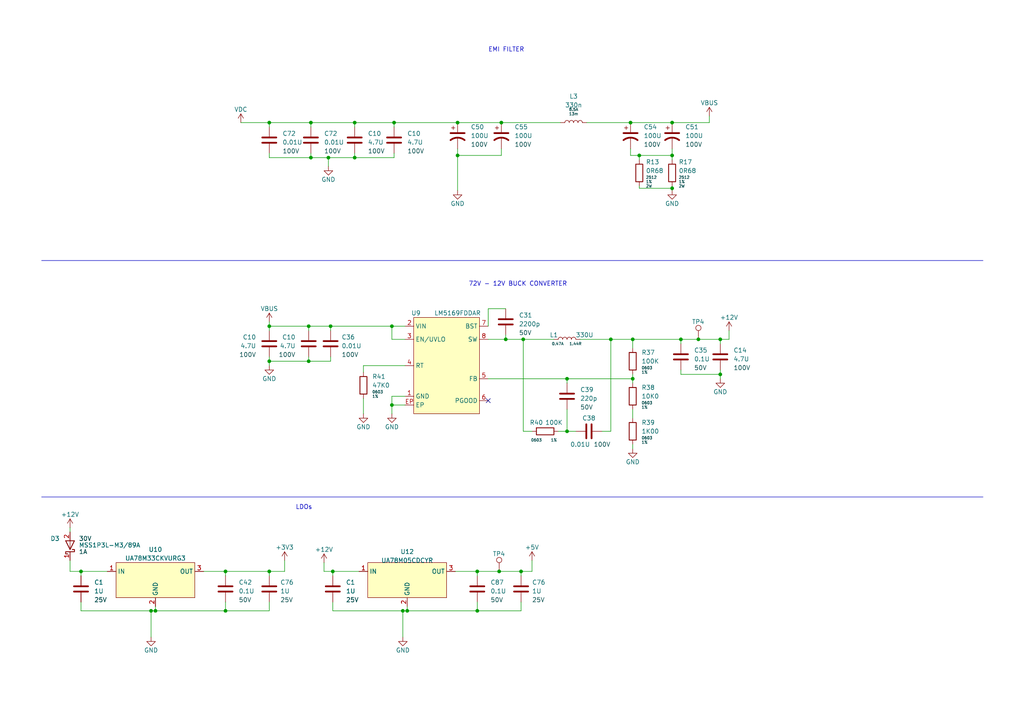
<source format=kicad_sch>
(kicad_sch (version 20230121) (generator eeschema)
  (paper "A4")
  (title_block (company "Rack Robotics, Inc.") (comment 1 "Engineering by DragonFly Power Systems") (comment 2 "Design by Rack Robotics, Inc."))
  (lib_symbols
    (symbol "0603_CAP:0.01U_100V"
      (property "Reference" "C" (at 3.175 1.905 0))
      (property "Value" "0.01U" (at 3.175 0 0))
      (property "Volage Rating" "100V" (at 3.175 -1.905 0))
      (symbol "0.01U_100V_0_1"
        (polyline (pts (xy -2.032 -0.762) (xy 2.032 -0.762)) (stroke (width 0.508)))
        (polyline (pts (xy -2.032 0.762) (xy 2.032 0.762)) (stroke (width 0.508)))
      )
      (symbol "0.01U_100V_1_1"
        (pin passive line (at 0 3.81 270) (length 2.794) (name "~") (number "1"))
        (pin passive line (at 0 -3.81 90) (length 2.794) (name "~") (number "2"))
      )
    )
    (symbol "0603_CAP:0.1U_50V"
      (property "Reference" "C" (at 3.175 1.905 0))
      (property "Value" "0.1U" (at 3.175 0 0))
      (property "Volage Rating" "50V" (at 3.175 -1.905 0))
      (symbol "0.1U_50V_0_1"
        (polyline (pts (xy -2.032 -0.762) (xy 2.032 -0.762)) (stroke (width 0.508)))
        (polyline (pts (xy -2.032 0.762) (xy 2.032 0.762)) (stroke (width 0.508)))
      )
      (symbol "0.1U_50V_1_1"
        (pin passive line (at 0 3.81 270) (length 2.794) (name "~") (number "1"))
        (pin passive line (at 0 -3.81 90) (length 2.794) (name "~") (number "2"))
      )
    )
    (symbol "0603_CAP:1U_25V"
      (property "Reference" "C" (at 3.175 1.905 0))
      (property "Value" "1U" (at 3.175 0 0))
      (property "Volage Rating" "25V" (at 3.175 -1.905 0))
      (symbol "1U_25V_0_1"
        (polyline (pts (xy -2.032 -0.762) (xy 2.032 -0.762)) (stroke (width 0.508)))
        (polyline (pts (xy -2.032 0.762) (xy 2.032 0.762)) (stroke (width 0.508)))
      )
      (symbol "1U_25V_1_1"
        (pin passive line (at 0 3.81 270) (length 2.794) (name "~") (number "1"))
        (pin passive line (at 0 -3.81 90) (length 2.794) (name "~") (number "2"))
      )
    )
    (symbol "0603_CAP:2200P_50V"
      (property "Reference" "C" (at 3.175 1.905 0))
      (property "Value" "2200p" (at 3.175 0 0))
      (property "Volage Rating" "50V" (at 3.175 -1.905 0))
      (symbol "2200P_50V_0_1"
        (polyline (pts (xy -2.032 -0.762) (xy 2.032 -0.762)) (stroke (width 0.508)))
        (polyline (pts (xy -2.032 0.762) (xy 2.032 0.762)) (stroke (width 0.508)))
      )
      (symbol "2200P_50V_1_1"
        (pin passive line (at 0 3.81 270) (length 2.794) (name "~") (number "1"))
        (pin passive line (at 0 -3.81 90) (length 2.794) (name "~") (number "2"))
      )
    )
    (symbol "0603_CAP:220P_50V"
      (property "Reference" "C" (at 3.175 1.905 0))
      (property "Value" "220p" (at 3.175 0 0))
      (property "Volage Rating" "50V" (at 3.175 -1.905 0))
      (symbol "220P_50V_0_1"
        (polyline (pts (xy -2.032 -0.762) (xy 2.032 -0.762)) (stroke (width 0.508)))
        (polyline (pts (xy -2.032 0.762) (xy 2.032 0.762)) (stroke (width 0.508)))
      )
      (symbol "220P_50V_1_1"
        (pin passive line (at 0 3.81 270) (length 2.794) (name "~") (number "1"))
        (pin passive line (at 0 -3.81 90) (length 2.794) (name "~") (number "2"))
      )
    )
    (symbol "0603_RES:100k"
      (property "Reference" "R" (at 1.27 2.54 0))
      (property "Value" "100K" (at 1.27 0.635 0))
      (property "Package Size" "0603" (at 1.27 -1.27 0))
      (property "Tolerance" "1%" (at 1.27 -2.54 0))
      (symbol "100k_0_1"
        (rectangle (start -1.016 2.54) (end 1.016 -2.54) (stroke (width 0.254)))
      )
      (symbol "100k_1_1"
        (pin passive line (at 0 3.81 270) (length 1.27) (name "~") (number "1"))
        (pin passive line (at 0 -3.81 90) (length 1.27) (name "~") (number "2"))
      )
    )
    (symbol "0603_RES:10K0"
      (property "Reference" "R" (at 1.27 2.54 0))
      (property "Value" "10K0" (at 1.27 0.635 0))
      (property "Package Size" "0603" (at 1.27 -1.27 0))
      (property "Tolerance" "1%" (at 1.27 -2.54 0))
      (symbol "10K0_0_1"
        (rectangle (start -1.016 2.54) (end 1.016 -2.54) (stroke (width 0.254)))
      )
      (symbol "10K0_1_1"
        (pin passive line (at 0 3.81 270) (length 1.27) (name "~") (number "1"))
        (pin passive line (at 0 -3.81 90) (length 1.27) (name "~") (number "2"))
      )
    )
    (symbol "0603_RES:1K00"
      (property "Reference" "R" (at 1.27 2.54 0))
      (property "Value" "1K00" (at 1.27 0.635 0))
      (property "Package Size" "0603" (at 1.27 -1.27 0))
      (property "Tolerance" "1%" (at 1.27 -2.54 0))
      (symbol "1K00_0_1"
        (rectangle (start -1.016 2.54) (end 1.016 -2.54) (stroke (width 0.254)))
      )
      (symbol "1K00_1_1"
        (pin passive line (at 0 3.81 270) (length 1.27) (name "~") (number "1"))
        (pin passive line (at 0 -3.81 90) (length 1.27) (name "~") (number "2"))
      )
    )
    (symbol "0603_RES:47K0"
      (property "Reference" "R" (at 1.27 2.54 0))
      (property "Value" "47K0" (at 1.27 0.635 0))
      (property "Package Size" "0603" (at 1.27 -1.27 0))
      (property "Tolerance" "1%" (at 1.27 -2.54 0))
      (symbol "47K0_0_1"
        (rectangle (start -1.016 2.54) (end 1.016 -2.54) (stroke (width 0.254)))
      )
      (symbol "47K0_1_1"
        (pin passive line (at 0 3.81 270) (length 1.27) (name "~") (number "1"))
        (pin passive line (at 0 -3.81 90) (length 1.27) (name "~") (number "2"))
      )
    )
    (symbol "1206_CAP:4.7U_100V"
      (property "Reference" "C" (at 3.175 1.905 0))
      (property "Value" "4.7U" (at 3.175 0 0))
      (property "Voltage Rating" "100V" (at 3.175 -1.905 0))
      (symbol "4.7U_100V_0_1"
        (polyline (pts (xy -2.032 -0.762) (xy 2.032 -0.762)) (stroke (width 0.508)))
        (polyline (pts (xy -2.032 0.762) (xy 2.032 0.762)) (stroke (width 0.508)))
      )
      (symbol "4.7U_100V_1_1"
        (pin passive line (at 0 3.81 270) (length 2.794) (name "~") (number "1"))
        (pin passive line (at 0 -3.81 90) (length 2.794) (name "~") (number "2"))
      )
    )
    (symbol "CONVERTER_ICS:LM5169FDDAR"
      (property "Reference" "U" (at 0.635 1.27 0))
      (property "Value" "LM5169FDDAR" (at 12.7 1.27 0))
      (symbol "LM5169FDDAR_1_1"
        (rectangle (start 0 0) (end 19.05 -27.94) (stroke (width 0) (color 132 0 0 1)) (fill (type background)))
        (pin passive line (at -2.54 -22.86 0) (length 2.54) (name "GND") (number "1"))
        (pin passive line (at -2.54 -2.54 0) (length 2.54) (name "VIN") (number "2"))
        (pin passive line (at -2.54 -6.35 0) (length 2.54) (name "EN/UVLO") (number "3"))
        (pin passive line (at -2.54 -13.97 0) (length 2.54) (name "RT") (number "4"))
        (pin input line (at 21.59 -17.78 180) (length 2.54) (name "FB") (number "5"))
        (pin output line (at 21.59 -24.13 180) (length 2.54) (name "PGOOD") (number "6"))
        (pin passive line (at 21.59 -2.54 180) (length 2.54) (name "BST") (number "7"))
        (pin passive line (at 21.59 -6.35 180) (length 2.54) (name "SW") (number "8"))
        (pin passive line (at -2.54 -25.4 0) (length 2.54) (name "EP") (number "EP"))
      )
    )
    (symbol "Connector:TestPoint" (pin_numbers hide) (pin_names (offset 0.762) hide)
      (property "Reference" "TP" (at 0 6.858 0))
      (property "Value" "TestPoint" (at 0 5.08 0))
      (symbol "TestPoint_0_1"
        (circle (center 0 3.302) (radius 0.762))
      )
      (symbol "TestPoint_1_1"
        (pin passive line (at 0 0 90) (length 2.54) (name "1") (number "1"))
      )
    )
    (symbol "ELECTROLYTIC_CAPS:100ZLJ100M10X20" (pin_numbers hide) (pin_names hide)
      (property "Reference" "C" (at 3.175 2.54 0))
      (property "Value" "100U" (at 4.445 0.635 0))
      (property "Voltage Rating" "100V" (at 5.08 -1.27 0))
      (symbol "100ZLJ100M10X20_0_1"
        (polyline (pts (xy -2.032 0.762) (xy 2.032 0.762)) (stroke (width 0.508)))
        (polyline (pts (xy -1.778 2.286) (xy -0.762 2.286)))
        (polyline (pts (xy -1.27 1.778) (xy -1.27 2.794)))
        (arc (start 2.032 -1.27) (mid 0 -0.5572) (end -2.032 -1.27) (stroke (width 0.508)))
      )
      (symbol "100ZLJ100M10X20_1_1"
        (pin passive line (at 0 3.81 270) (length 2.794) (name "~") (number "1"))
        (pin passive line (at 0 -3.81 90) (length 3.302) (name "~") (number "2"))
      )
    )
    (symbol "LINEAR_REGULATORS:UA78M05CDCYR"
      (property "Reference" "U" (at -10.16 6.35 0))
      (property "Value" "UA78M05CDCYR" (at 2.54 6.35 0))
      (symbol "UA78M05CDCYR_1_1"
        (rectangle (start -11.43 5.08) (end 11.43 -5.08) (stroke (width 0) (color 132 0 0 1)) (fill (type background)))
        (pin power_in line (at -13.97 2.54 0) (length 2.54) (name "IN") (number "1"))
        (pin passive line (at 0 -7.62 90) (length 2.54) (name "GND") (number "2"))
        (pin power_out line (at 13.97 2.54 180) (length 2.54) (name "OUT") (number "3"))
      )
    )
    (symbol "LINEAR_REGULATORS:UA78M33CKVURG3"
      (property "Reference" "U" (at -10.16 6.35 0))
      (property "Value" "UA78M33CKVURG3" (at 2.54 6.35 0))
      (symbol "UA78M33CKVURG3_1_1"
        (rectangle (start -11.43 5.08) (end 11.43 -5.08) (stroke (width 0) (color 132 0 0 1)) (fill (type background)))
        (pin power_in line (at -13.97 2.54 0) (length 2.54) (name "IN") (number "1"))
        (pin passive line (at 0 -7.62 90) (length 2.54) (name "GND") (number "2"))
        (pin power_out line (at 13.97 2.54 180) (length 2.54) (name "OUT") (number "3"))
      )
    )
    (symbol "POWER_INDUCTORS:SRP3212A-R33M"
      (property "Reference" "L" (at -4.1275 1.5875 0))
      (property "Value" "330n" (at 0.3175 1.5875 0))
      (property "DC Current Rating" "8.5A" (at -4.1275 -0.9525 0))
      (property "DCR" "13m" (at -0.3175 -0.9525 0))
      (symbol "SRP3212A-R33M_0_1"
        (arc (start -1.27 0) (mid -1.905 0.6323) (end -2.54 0))
        (arc (start 0 0) (mid -0.635 0.6323) (end -1.27 0))
        (arc (start 1.27 0) (mid 0.635 0.6323) (end 0 0))
        (arc (start 2.54 0) (mid 1.905 0.6323) (end 1.27 0))
      )
      (symbol "SRP3212A-R33M_1_1"
        (pin passive line (at -3.81 0 0) (length 1.27) (name "") (number "1"))
        (pin passive line (at 3.81 0 180) (length 1.27) (name "") (number "2"))
      )
    )
    (symbol "POWER_INDUCTORS:VLS6045EX-331M"
      (property "Reference" "L" (at -4.1275 1.5875 0))
      (property "Value" "330U" (at 0.3175 1.5875 0))
      (property "DC Current Rating" "0.47A" (at -4.445 -1.27 0))
      (property "DCR" "1.44R" (at 0.635 -1.27 0))
      (symbol "VLS6045EX-331M_0_1"
        (arc (start -1.27 0) (mid -1.905 0.6323) (end -2.54 0))
        (arc (start 0 0) (mid -0.635 0.6323) (end -1.27 0))
        (arc (start 1.27 0) (mid 0.635 0.6323) (end 0 0))
        (arc (start 2.54 0) (mid 1.905 0.6323) (end 1.27 0))
      )
      (symbol "VLS6045EX-331M_1_1"
        (pin passive line (at -3.81 0 0) (length 1.27) (name "") (number "1"))
        (pin passive line (at 3.81 0 180) (length 1.27) (name "") (number "2"))
      )
    )
    (symbol "POWER_RESISTOR:0R68_2512_2W"
      (property "Reference" "R" (at 1.27 3.175 0))
      (property "Value" "0R68" (at 1.27 1.27 0))
      (property "Package Size" "2512" (at 1.27 -0.635 0))
      (property "Tolerance" "1%" (at 1.27 -1.905 0))
      (property "Power Rating" "2W" (at 1.27 -3.175 0))
      (symbol "0R68_2512_2W_0_1"
        (rectangle (start -1.016 2.54) (end 1.016 -2.54) (stroke (width 0.254)))
      )
      (symbol "0R68_2512_2W_1_1"
        (pin passive line (at 0 3.81 270) (length 1.27) (name "~") (number "1"))
        (pin passive line (at 0 -3.81 90) (length 1.27) (name "~") (number "2"))
      )
    )
    (symbol "SCHOTTKY_DIODES:MSS1P3L-M3/89A" (pin_names hide)
      (property "Reference" "D" (at 0 4.445 0))
      (property "Value" "MSS1P3L-M3/89A" (at -1.905 -4.445 0))
      (property "Voltage" "30V" (at -10.795 1.27 0))
      (property "Current" "1A" (at -10.795 3.175 0))
      (symbol "MSS1P3L-M3/89A_0_1"
        (polyline (pts (xy 1.905 0) (xy -0.635 0)))
        (polyline (pts (xy 1.905 1.27) (xy 1.905 -1.27) (xy -0.635 0) (xy 1.905 1.27)) (stroke (width 0.254)))
        (polyline (pts (xy -1.905 0.635) (xy -1.905 1.27) (xy -1.27 1.27) (xy -1.27 -1.27) (xy -0.635 -1.27) (xy -0.635 -0.635)) (stroke (width 0.254)))
      )
      (symbol "MSS1P3L-M3/89A_1_1"
        (pin passive line (at -3.81 0 0) (length 2.54) (name "K") (number "1"))
        (pin passive line (at 4.445 0 180) (length 2.54) (name "A") (number "2"))
      )
    )
    (symbol "power:+12V" (power) (pin_names (offset 0))
      (property "Value" "+12V" (at 0 3.556 0))
      (symbol "+12V_0_1"
        (polyline (pts (xy -0.762 1.27) (xy 0 2.54)))
        (polyline (pts (xy 0 0) (xy 0 2.54)))
        (polyline (pts (xy 0 2.54) (xy 0.762 1.27)))
      )
      (symbol "+12V_1_1"
        (pin power_in line (at 0 0 90) (length 0) hide (name "+12V") (number "1"))
      )
    )
    (symbol "power:+3V3" (power) (pin_names (offset 0))
      (property "Value" "+3V3" (at 0 3.556 0))
      (symbol "+3V3_0_1"
        (polyline (pts (xy -0.762 1.27) (xy 0 2.54)))
        (polyline (pts (xy 0 0) (xy 0 2.54)))
        (polyline (pts (xy 0 2.54) (xy 0.762 1.27)))
      )
      (symbol "+3V3_1_1"
        (pin power_in line (at 0 0 90) (length 0) hide (name "+3V3") (number "1"))
      )
    )
    (symbol "power:+5V" (power) (pin_names (offset 0))
      (property "Value" "+5V" (at 0 3.556 0))
      (symbol "+5V_0_1"
        (polyline (pts (xy -0.762 1.27) (xy 0 2.54)))
        (polyline (pts (xy 0 0) (xy 0 2.54)))
        (polyline (pts (xy 0 2.54) (xy 0.762 1.27)))
      )
      (symbol "+5V_1_1"
        (pin power_in line (at 0 0 90) (length 0) hide (name "+5V") (number "1"))
      )
    )
    (symbol "power:GND" (power) (pin_names (offset 0))
      (property "Value" "GND" (at 0 -3.81 0))
      (symbol "GND_0_1"
        (polyline (pts (xy 0 0) (xy 0 -1.27) (xy 1.27 -1.27) (xy 0 -2.54) (xy -1.27 -1.27) (xy 0 -1.27)))
      )
      (symbol "GND_1_1"
        (pin power_in line (at 0 0 270) (length 0) hide (name "GND") (number "1"))
      )
    )
    (symbol "power:VBUS" (power) (pin_names (offset 0))
      (property "Value" "VBUS" (at 0 3.81 0))
      (symbol "VBUS_0_1"
        (polyline (pts (xy -0.762 1.27) (xy 0 2.54)))
        (polyline (pts (xy 0 0) (xy 0 2.54)))
        (polyline (pts (xy 0 2.54) (xy 0.762 1.27)))
      )
      (symbol "VBUS_1_1"
        (pin power_in line (at 0 0 90) (length 0) hide (name "VBUS") (number "1"))
      )
    )
    (symbol "power:VDC" (power) (pin_names (offset 0))
      (property "Value" "VDC" (at 0 6.35 0))
      (symbol "VDC_0_1"
        (polyline (pts (xy -0.762 1.27) (xy 0 2.54)))
        (polyline (pts (xy 0 0) (xy 0 2.54)))
        (polyline (pts (xy 0 2.54) (xy 0.762 1.27)))
      )
      (symbol "VDC_1_1"
        (pin power_in line (at 0 0 90) (length 0) hide (name "VDC") (number "1"))
      )
    )
  )
  (junction (at 65.405 165.735))
  (junction (at 118.11 177.165))
  (junction (at 151.13 165.735))
  (junction (at 138.43 177.165))
  (junction (at 164.465 109.855))
  (junction (at 194.945 54.61))
  (junction (at 78.105 94.615))
  (junction (at 208.915 98.425))
  (junction (at 197.485 98.425))
  (junction (at 145.415 35.56))
  (junction (at 202.565 98.425))
  (junction (at 90.17 35.56))
  (junction (at 116.84 177.165))
  (junction (at 185.42 45.085))
  (junction (at 113.665 117.475))
  (junction (at 164.465 125.095))
  (junction (at 95.885 94.615))
  (junction (at 78.105 165.735))
  (junction (at 138.43 165.735))
  (junction (at 194.945 35.56))
  (junction (at 177.165 98.425))
  (junction (at 114.3 35.56))
  (junction (at 89.535 94.615))
  (junction (at 151.765 98.425))
  (junction (at 183.515 109.855))
  (junction (at 95.25 45.72))
  (junction (at 132.715 35.56))
  (junction (at 43.815 177.165))
  (junction (at 45.085 177.165))
  (junction (at 78.105 104.775))
  (junction (at 23.495 165.735))
  (junction (at 78.105 35.56))
  (junction (at 90.17 45.72))
  (junction (at 194.945 45.085))
  (junction (at 102.87 45.72))
  (junction (at 208.915 108.585))
  (junction (at 89.535 104.775))
  (junction (at 96.52 165.735))
  (junction (at 102.87 35.56))
  (junction (at 144.78 165.735))
  (junction (at 146.685 98.425))
  (junction (at 65.405 177.165))
  (junction (at 113.665 94.615))
  (junction (at 132.715 45.085))
  (junction (at 182.88 35.56))
  (junction (at 183.515 98.425))
  (no_connect (at 141.605 116.205))
  (wire (pts (xy 78.105 94.615) (xy 89.535 94.615)))
  (wire (pts (xy 194.945 54.61) (xy 194.945 55.245)))
  (wire (pts (xy 102.87 35.56) (xy 102.87 36.83)))
  (wire (pts (xy 65.405 167.005) (xy 65.405 165.735)))
  (wire (pts (xy 164.465 109.855) (xy 164.465 111.125)))
  (wire (pts (xy 113.665 117.475) (xy 113.665 120.015)))
  (wire (pts (xy 95.25 45.72) (xy 95.25 48.26)))
  (wire (pts (xy 65.405 165.735) (xy 59.055 165.735)))
  (wire (pts (xy 116.84 177.165) (xy 118.11 177.165)))
  (wire (pts (xy 89.535 94.615) (xy 89.535 95.885)))
  (wire (pts (xy 205.74 33.655) (xy 205.74 35.56)))
  (wire (pts (xy 78.105 93.345) (xy 78.105 94.615)))
  (wire (pts (xy 31.115 165.735) (xy 23.495 165.735)))
  (wire (pts (xy 93.98 163.195) (xy 93.98 165.735)))
  (wire (pts (xy 164.465 125.095) (xy 167.005 125.095)))
  (wire (pts (xy 151.13 167.005) (xy 151.13 165.735)))
  (wire (pts (xy 43.815 184.785) (xy 43.815 177.165)))
  (wire (pts (xy 104.14 165.735) (xy 96.52 165.735)))
  (wire (pts (xy 113.665 94.615) (xy 113.665 98.425)))
  (wire (pts (xy 146.685 98.425) (xy 141.605 98.425)))
  (wire (pts (xy 89.535 94.615) (xy 95.885 94.615)))
  (wire (pts (xy 93.98 165.735) (xy 96.52 165.735)))
  (wire (pts (xy 177.165 125.095) (xy 177.165 98.425)))
  (wire (pts (xy 164.465 109.855) (xy 183.515 109.855)))
  (wire (pts (xy 211.455 98.425) (xy 208.915 98.425)))
  (wire (pts (xy 138.43 165.735) (xy 132.08 165.735)))
  (wire (pts (xy 20.32 162.56) (xy 20.32 165.735)))
  (wire (pts (xy 161.925 125.095) (xy 164.465 125.095)))
  (wire (pts (xy 183.515 100.965) (xy 183.515 98.425)))
  (wire (pts (xy 113.665 114.935) (xy 113.665 117.475)))
  (wire (pts (xy 141.605 89.535) (xy 141.605 94.615)))
  (wire (pts (xy 45.085 177.165) (xy 65.405 177.165)))
  (wire (pts (xy 78.105 35.56) (xy 90.17 35.56)))
  (wire (pts (xy 138.43 165.735) (xy 144.78 165.735)))
  (wire (pts (xy 78.105 177.165) (xy 65.405 177.165)))
  (wire (pts (xy 95.885 94.615) (xy 95.885 95.885)))
  (wire (pts (xy 114.3 35.56) (xy 114.3 36.83)))
  (wire (pts (xy 208.915 108.585) (xy 208.915 109.855)))
  (wire (pts (xy 197.485 107.315) (xy 197.485 108.585)))
  (wire (pts (xy 43.815 177.165) (xy 45.085 177.165)))
  (wire (pts (xy 105.41 107.95) (xy 105.41 106.045)))
  (wire (pts (xy 168.275 98.425) (xy 177.165 98.425)))
  (wire (pts (xy 65.405 177.165) (xy 65.405 174.625)))
  (wire (pts (xy 154.305 162.56) (xy 154.305 165.735)))
  (wire (pts (xy 183.515 128.905) (xy 183.515 130.175)))
  (wire (pts (xy 132.715 35.56) (xy 145.415 35.56)))
  (wire (pts (xy 114.3 45.72) (xy 102.87 45.72)))
  (wire (pts (xy 151.765 125.095) (xy 154.305 125.095)))
  (wire (pts (xy 78.105 167.005) (xy 78.105 165.735)))
  (wire (pts (xy 183.515 98.425) (xy 197.485 98.425)))
  (wire (pts (xy 78.105 174.625) (xy 78.105 177.165)))
  (wire (pts (xy 208.915 107.315) (xy 208.915 108.585)))
  (wire (pts (xy 194.945 45.085) (xy 194.945 46.355)))
  (wire (pts (xy 114.3 44.45) (xy 114.3 45.72)))
  (wire (pts (xy 182.88 45.085) (xy 185.42 45.085)))
  (wire (pts (xy 118.11 177.165) (xy 138.43 177.165)))
  (wire (pts (xy 113.665 94.615) (xy 117.475 94.615)))
  (wire (pts (xy 95.25 45.72) (xy 102.87 45.72)))
  (wire (pts (xy 78.105 165.735) (xy 82.55 165.735)))
  (wire (pts (xy 95.885 94.615) (xy 113.665 94.615)))
  (wire (pts (xy 116.84 184.785) (xy 116.84 177.165)))
  (wire (pts (xy 182.88 35.56) (xy 194.945 35.56)))
  (wire (pts (xy 96.52 165.735) (xy 96.52 167.005)))
  (wire (pts (xy 145.415 43.18) (xy 145.415 45.085)))
  (wire (pts (xy 185.42 54.61) (xy 194.945 54.61)))
  (wire (pts (xy 151.765 125.095) (xy 151.765 98.425)))
  (wire (pts (xy 20.32 153.035) (xy 20.32 154.305)))
  (wire (pts (xy 102.87 44.45) (xy 102.87 45.72)))
  (wire (pts (xy 194.945 35.56) (xy 205.74 35.56)))
  (wire (pts (xy 96.52 174.625) (xy 96.52 177.165)))
  (wire (pts (xy 194.945 53.975) (xy 194.945 54.61)))
  (wire (pts (xy 90.17 35.56) (xy 102.87 35.56)))
  (wire (pts (xy 146.685 98.425) (xy 151.765 98.425)))
  (wire (pts (xy 197.485 98.425) (xy 202.565 98.425)))
  (wire (pts (xy 65.405 165.735) (xy 78.105 165.735)))
  (wire (pts (xy 23.495 174.625) (xy 23.495 177.165)))
  (wire (pts (xy 102.87 35.56) (xy 114.3 35.56)))
  (wire (pts (xy 145.415 35.56) (xy 162.56 35.56)))
  (wire (pts (xy 197.485 108.585) (xy 208.915 108.585)))
  (wire (pts (xy 82.55 162.56) (xy 82.55 165.735)))
  (wire (pts (xy 154.305 165.735) (xy 151.13 165.735)))
  (wire (pts (xy 170.18 35.56) (xy 182.88 35.56)))
  (wire (pts (xy 183.515 111.125) (xy 183.515 109.855)))
  (wire (pts (xy 118.11 175.895) (xy 118.11 177.165)))
  (wire (pts (xy 194.945 43.18) (xy 194.945 45.085)))
  (wire (pts (xy 185.42 53.975) (xy 185.42 54.61)))
  (wire (pts (xy 145.415 45.085) (xy 132.715 45.085)))
  (wire (pts (xy 78.105 44.45) (xy 78.105 45.72)))
  (wire (pts (xy 183.515 118.745) (xy 183.515 121.285)))
  (wire (pts (xy 144.78 165.735) (xy 151.13 165.735)))
  (wire (pts (xy 117.475 117.475) (xy 113.665 117.475)))
  (wire (pts (xy 69.85 35.56) (xy 78.105 35.56)))
  (wire (pts (xy 151.765 98.425) (xy 160.655 98.425)))
  (wire (pts (xy 90.17 44.45) (xy 90.17 45.72)))
  (wire (pts (xy 177.165 98.425) (xy 183.515 98.425)))
  (wire (pts (xy 105.41 115.57) (xy 105.41 120.015)))
  (wire (pts (xy 164.465 118.745) (xy 164.465 125.095)))
  (wire (pts (xy 78.105 104.775) (xy 89.535 104.775)))
  (wire (pts (xy 182.88 43.18) (xy 182.88 45.085)))
  (wire (pts (xy 114.3 35.56) (xy 132.715 35.56)))
  (wire (pts (xy 78.105 104.775) (xy 78.105 106.045)))
  (wire (pts (xy 89.535 103.505) (xy 89.535 104.775)))
  (wire (pts (xy 197.485 99.695) (xy 197.485 98.425)))
  (wire (pts (xy 78.105 35.56) (xy 78.105 36.83)))
  (wire (pts (xy 117.475 114.935) (xy 113.665 114.935)))
  (wire (pts (xy 151.13 177.165) (xy 138.43 177.165)))
  (wire (pts (xy 78.105 94.615) (xy 78.105 95.885)))
  (wire (pts (xy 132.715 45.085) (xy 132.715 55.245)))
  (wire (pts (xy 183.515 108.585) (xy 183.515 109.855)))
  (wire (pts (xy 78.105 45.72) (xy 90.17 45.72)))
  (wire (pts (xy 138.43 177.165) (xy 138.43 174.625)))
  (wire (pts (xy 177.165 125.095) (xy 174.625 125.095)))
  (wire (pts (xy 20.32 165.735) (xy 23.495 165.735)))
  (wire (pts (xy 211.455 95.885) (xy 211.455 98.425)))
  (wire (pts (xy 89.535 104.775) (xy 95.885 104.775)))
  (wire (pts (xy 185.42 45.085) (xy 194.945 45.085)))
  (wire (pts (xy 90.17 45.72) (xy 95.25 45.72)))
  (wire (pts (xy 95.885 103.505) (xy 95.885 104.775)))
  (wire (pts (xy 138.43 167.005) (xy 138.43 165.735)))
  (wire (pts (xy 105.41 106.045) (xy 117.475 106.045)))
  (wire (pts (xy 146.685 89.535) (xy 141.605 89.535)))
  (wire (pts (xy 96.52 177.165) (xy 116.84 177.165)))
  (wire (pts (xy 185.42 45.085) (xy 185.42 46.355)))
  (wire (pts (xy 78.105 103.505) (xy 78.105 104.775)))
  (wire (pts (xy 141.605 109.855) (xy 164.465 109.855)))
  (polyline (pts (xy 12.065 75.565) (xy 285.115 75.565)))
  (wire (pts (xy 117.475 98.425) (xy 113.665 98.425)))
  (wire (pts (xy 132.715 45.085) (xy 132.715 43.18)))
  (wire (pts (xy 202.565 98.425) (xy 208.915 98.425)))
  (wire (pts (xy 208.915 98.425) (xy 208.915 99.695)))
  (wire (pts (xy 45.085 175.895) (xy 45.085 177.165)))
  (wire (pts (xy 151.13 174.625) (xy 151.13 177.165)))
  (wire (pts (xy 23.495 165.735) (xy 23.495 167.005)))
  (wire (pts (xy 146.685 97.155) (xy 146.685 98.425)))
  (polyline (pts (xy 12.065 144.145) (xy 285.115 144.145)))
  (wire (pts (xy 90.17 35.56) (xy 90.17 36.83)))
  (wire (pts (xy 23.495 177.165) (xy 43.815 177.165)))
  (text "EMI FILTER" (at 141.605 15.24 0) (effects (font (size 1.27 1.27)) (justify left bottom)))
  (text "LDOs" (at 85.725 147.955 0) (effects (font (size 1.27 1.27)) (justify left bottom)))
  (text "72V - 12V BUCK CONVERTER" (at 135.89 83.185 0) (effects (font (size 1.27 1.27)) (justify left bottom)))
  (symbol (lib_id "0603_CAP:0.1U_50V") (at 65.405 170.815 0) (unit 1)
    (property "Reference" "C42" (at 69.215 168.91 0) (effects (justify left)))
    (property "Value" "0.1U" (at 69.215 171.45 0) (effects (justify left)))
    (property "Footprint" "Capacitor_SMD:C_0603_1608Metric" (effects hide))
    (property "Datasheet" "https://media.digikey.com/pdf/Data%20Sheets/Samsung%20PDFs/CL10B104KB8NNWC_Spec.pdf" (effects hide))
    (property "Volage Rating" "50V" (at 69.215 173.99 0) (effects (justify left)))
    (property "Part Number" "CL10B104KB8NNWC" (effects hide))
    (property "Manufacturer" "Samsung" (effects hide))
  )
  (symbol (lib_id "0603_CAP:1U_25V") (at 78.105 170.815 0) (mirror y) (unit 1)
    (property "Reference" "C76" (at 81.28 168.91 0) (effects (justify right)))
    (property "Value" "1U" (at 81.28 171.45 0) (effects (justify right)))
    (property "Footprint" "Capacitor_SMD:C_0603_1608Metric" (effects hide))
    (property "Datasheet" "https://media.digikey.com/pdf/Data%20Sheets/Samsung%20PDFs/CL10B104KB8NNWC_Spec.pdf" (effects hide))
    (property "Volage Rating" "25V" (at 81.28 173.99 0) (effects (justify right)))
    (property "Part Number" "CL10B105KA8NNNC" (effects hide))
    (property "Manufacturer" "Samsung" (effects hide))
    (instances (project "POWERCORE-V2.0_MOTHERBOARD" (path "" (reference "C76") (unit 1)) (path "" (reference "C23") (unit 1))))
  )
  (symbol (lib_id "POWER_INDUCTORS:VLS6045EX-331M") (at 164.465 98.425 0) (unit 1)
    (property "Reference" "L1" (at 160.655 97.155 0))
    (property "Value" "330U" (at 169.545 97.155 0))
    (property "Footprint" "SMD_INDUCTORS:VLS6045EX" (effects hide))
    (property "Datasheet" "https://product.tdk.com/en/system/files?file=dam/doc/product/inductor/inductor/smd/catalog/inductor_commercial_power_vls6045ex_en.pdf" (effects hide))
    (property "DC Current Rating" "0.47A" (at 160.02 99.695 0) (effects (font (size 0.8 0.8)) (justify left)))
    (property "Saturation Current" "0.5A" (effects hide))
    (property "DCR" "1.44R" (at 165.1 99.695 0) (effects (font (size 0.8 0.8)) (justify left)))
    (property "Part Number" "VLS6045EX-331M" (effects hide))
    (property "Manufacturer" "TDK" (effects hide))
  )
  (symbol (lib_id "0603_CAP:1U_25V") (at 96.52 170.815 0) (unit 1)
    (property "Reference" "C1" (at 100.33 168.91 0) (effects (justify left)))
    (property "Value" "1U" (at 100.33 171.45 0) (effects (justify left)))
    (property "Footprint" "Capacitor_SMD:C_0603_1608Metric" (effects hide))
    (property "Datasheet" "https://media.digikey.com/pdf/Data%20Sheets/Samsung%20PDFs/CL10B104KB8NNWC_Spec.pdf" (effects hide))
    (property "Volage Rating" "25V" (at 100.33 173.99 0) (effects (justify left)))
    (property "Part Number" "CL10B105KA8NNNC" (effects hide))
    (property "Manufacturer" "Samsung" (effects hide))
    (instances (project "POWERCORE-V2.0_MOTHERBOARD" (path "" (reference "C1") (unit 1)) (path "" (reference "C15") (unit 1)) (path "" (reference "C86") (unit 1))))
  )
  (symbol (lib_id "0603_CAP:1U_25V") (at 23.495 170.815 0) (unit 1)
    (property "Reference" "C1" (at 27.305 168.91 0) (effects (justify left)))
    (property "Value" "1U" (at 27.305 171.45 0) (effects (justify left)))
    (property "Footprint" "Capacitor_SMD:C_0603_1608Metric" (effects hide))
    (property "Datasheet" "https://media.digikey.com/pdf/Data%20Sheets/Samsung%20PDFs/CL10B104KB8NNWC_Spec.pdf" (effects hide))
    (property "Volage Rating" "25V" (at 27.305 173.99 0) (effects (justify left)))
    (property "Part Number" "CL10B105KA8NNNC" (effects hide))
    (property "Manufacturer" "Samsung" (effects hide))
    (instances (project "POWERCORE-V2.0_MOTHERBOARD" (path "" (reference "C1") (unit 1)) (path "" (reference "C15") (unit 1)) (path "" (reference "C32") (unit 1))))
  )
  (symbol (lib_id "POWER_RESISTOR:0R68_2512_2W") (at 194.945 50.165 0) (unit 1)
    (property "Reference" "R17" (at 196.85 46.99 0) (effects (justify left)))
    (property "Value" "0R68" (at 196.85 49.53 0) (effects (justify left)))
    (property "Footprint" "SMD_RESISTORS:CSRN2512" (effects hide))
    (property "Datasheet" "https://www.seielect.com/catalog/sei-csr_csrn.pdf" (effects hide))
    (property "Package Size" "2512" (at 196.85 51.435 0) (effects (font (size 0.8 0.8)) (justify left)))
    (property "Tolerance" "1%" (at 196.85 52.705 0) (effects (font (size 0.8 0.8)) (justify left)))
    (property "Part Number" "CSRN2512FKR680" (effects hide))
    (property "Power Rating" "2W" (at 196.85 53.975 0) (effects (font (size 0.8 0.8)) (justify left)))
    (property "Manufacturer" "Stackpole" (effects hide))
  )
  (symbol (lib_id "0603_RES:1K00") (at 183.515 125.095 0) (unit 1)
    (property "Reference" "R39" (at 186.055 122.555 0) (effects (justify left)))
    (property "Value" "1K00" (at 186.055 125.095 0) (effects (justify left)))
    (property "Footprint" "Resistor_SMD:R_0603_1608Metric" (effects hide))
    (property "Datasheet" "https://www.seielect.com/Catalog/SEI-RMCF_RMCP.pdf" (effects hide))
    (property "Package Size" "0603" (at 186.055 127 0) (effects (font (size 0.8 0.8)) (justify left)))
    (property "Tolerance" "1%" (at 186.055 128.27 0) (effects (font (size 0.8 0.8)) (justify left)))
    (property "Part Number" "RMCF0603FT1K00" (effects hide))
    (property "Manufacturer" "Stackpole" (effects hide))
  )
  (symbol (lib_id "power:+12V") (at 93.98 163.195 0) (mirror y) (unit 1)
    (property "Reference" "#PWR02" (effects hide))
    (property "Value" "+12V" (at 93.98 159.385 0))
    (instances (project "POWERCORE-V2.0_MOTHERBOARD" (path "" (reference "#PWR02") (unit 1)) (path "" (reference "#PWR029") (unit 1)) (path "" (reference "#PWR066") (unit 1))))
  )
  (symbol (lib_id "0603_CAP:2200P_50V") (at 146.685 93.345 0) (unit 1)
    (property "Reference" "C31" (at 150.495 91.44 0) (effects (justify left)))
    (property "Value" "2200p" (at 150.495 93.98 0) (effects (justify left)))
    (property "Footprint" "Capacitor_SMD:C_0603_1608Metric" (effects hide))
    (property "Datasheet" "https://media.digikey.com/pdf/Data%20Sheets/Samsung%20PDFs/CL10B104KB8NNWC_Spec.pdf" (effects hide))
    (property "Volage Rating" "50V" (at 150.495 96.52 0) (effects (justify left)))
    (property "Part Number" "CL10B222KB8NNNC" (effects hide))
    (property "Manufacturer" "Samsung" (effects hide))
  )
  (symbol (lib_id "ELECTROLYTIC_CAPS:100ZLJ100M10X20") (at 182.88 39.37 0) (unit 1)
    (property "Reference" "C54" (at 186.69 36.83 0) (effects (justify left)))
    (property "Value" "100U" (at 186.69 39.37 0) (effects (justify left)))
    (property "Footprint" "THT_CAPACITORS:CP_Radial_D10.0mm_P5.00mm" (effects hide))
    (property "Datasheet" "https://www.rubycon.co.jp/wp-content/uploads/catalog-aluminum/ZLJ.pdf" (effects hide))
    (property "Part Number" "100ZLJ100M10X20" (effects hide))
    (property "Voltage Rating" "100V" (at 186.69 41.91 0) (effects (justify left)))
    (property "Manufacturer" "RUBYCON" (effects hide))
  )
  (symbol (lib_id "power:GND") (at 208.915 109.855 0) (unit 1)
    (property "Reference" "#PWR030" (effects hide))
    (property "Value" "GND" (at 208.915 113.665 0))
    (instances (project "POWERCORE-V2.0_MOTHERBOARD" (path "" (reference "#PWR030") (unit 1)) (path "" (reference "#PWR042") (unit 1))))
  )
  (symbol (lib_id "power:VBUS") (at 205.74 33.655 0) (unit 1)
    (property "Reference" "#PWR028" (effects hide))
    (property "Value" "VBUS" (at 205.74 29.845 0))
    (instances (project "POWERCORE-V2.0_MOTHERBOARD" (path "" (reference "#PWR028") (unit 1)) (path "" (reference "#PWR086") (unit 1))))
  )
  (symbol (lib_id "1206_CAP:4.7U_100V") (at 208.915 103.505 0) (unit 1)
    (property "Reference" "C14" (at 212.725 101.6 0) (effects (justify left)))
    (property "Value" "4.7U" (at 212.725 104.14 0) (effects (justify left)))
    (property "Footprint" "Capacitor_SMD:C_1206_3216Metric" (effects hide))
    (property "Datasheet" "https://search.murata.co.jp/Ceramy/image/img/A01X/G101/ENG/GRM31CC72A475KE11-01A.pdf" (effects hide))
    (property "Dielectric" "X7S" (effects hide))
    (property "Voltage Rating" "100V" (at 212.725 106.68 0) (effects (justify left)))
    (property "Part Number" "GRM31CC72A475KE11L" (effects hide))
    (property "Manufacturer" "Murata" (effects hide))
    (instances (project "POWERCORE-V2.0_MOTHERBOARD" (path "" (reference "C14") (unit 1)) (path "" (reference "C34") (unit 1))))
  )
  (symbol (lib_id "0603_CAP:0.01U_100V") (at 78.105 40.64 0) (unit 1)
    (property "Reference" "C72" (at 81.915 38.735 0) (effects (justify left)))
    (property "Value" "0.01U" (at 81.915 41.275 0) (effects (justify left)))
    (property "Footprint" "Capacitor_SMD:C_0603_1608Metric" (effects hide))
    (property "Datasheet" "https://media.digikey.com/pdf/Data%20Sheets/Samsung%20PDFs/CL10B104KB8NNWC_Spec.pdf" (effects hide))
    (property "Volage Rating" "100V" (at 81.915 43.815 0) (effects (justify left)))
    (property "Part Number" "CL10B103KC8NNNC" (effects hide))
    (property "Manufacturer" "Samsung" (effects hide))
    (instances (project "POWERCORE-V2.0_MOTHERBOARD" (path "" (reference "C72") (unit 1)) (path "" (reference "C60") (unit 1))))
  )
  (symbol (lib_id "power:VBUS") (at 78.105 93.345 0) (unit 1)
    (property "Reference" "#PWR028" (effects hide))
    (property "Value" "VBUS" (at 78.105 89.535 0))
    (instances (project "POWERCORE-V2.0_MOTHERBOARD" (path "" (reference "#PWR028") (unit 1)) (path "" (reference "#PWR043") (unit 1))))
  )
  (symbol (lib_id "power:GND") (at 194.945 55.245 0) (unit 1)
    (property "Reference" "#PWR030" (effects hide))
    (property "Value" "GND" (at 194.945 59.055 0))
    (instances (project "POWERCORE-V2.0_MOTHERBOARD" (path "" (reference "#PWR030") (unit 1)) (path "" (reference "#PWR083") (unit 1))))
  )
  (symbol (lib_id "POWER_RESISTOR:0R68_2512_2W") (at 185.42 50.165 0) (unit 1)
    (property "Reference" "R13" (at 187.325 46.99 0) (effects (justify left)))
    (property "Value" "0R68" (at 187.325 49.53 0) (effects (justify left)))
    (property "Footprint" "SMD_RESISTORS:CSRN2512" (effects hide))
    (property "Datasheet" "https://www.seielect.com/catalog/sei-csr_csrn.pdf" (effects hide))
    (property "Package Size" "2512" (at 187.325 51.435 0) (effects (font (size 0.8 0.8)) (justify left)))
    (property "Tolerance" "1%" (at 187.325 52.705 0) (effects (font (size 0.8 0.8)) (justify left)))
    (property "Part Number" "CSRN2512FKR680" (effects hide))
    (property "Power Rating" "2W" (at 187.325 53.975 0) (effects (font (size 0.8 0.8)) (justify left)))
    (property "Manufacturer" "Stackpole" (effects hide))
  )
  (symbol (lib_id "0603_CAP:0.1U_50V") (at 197.485 103.505 0) (unit 1)
    (property "Reference" "C35" (at 201.295 101.6 0) (effects (justify left)))
    (property "Value" "0.1U" (at 201.295 104.14 0) (effects (justify left)))
    (property "Footprint" "Capacitor_SMD:C_0603_1608Metric" (effects hide))
    (property "Datasheet" "https://media.digikey.com/pdf/Data%20Sheets/Samsung%20PDFs/CL10B104KB8NNWC_Spec.pdf" (effects hide))
    (property "Volage Rating" "50V" (at 201.295 106.68 0) (effects (justify left)))
    (property "Part Number" "CL10B104KB8NNWC" (effects hide))
    (property "Manufacturer" "Samsung" (effects hide))
  )
  (symbol (lib_id "0603_RES:47K0") (at 105.41 111.76 0) (unit 1)
    (property "Reference" "R41" (at 107.95 109.22 0) (effects (justify left)))
    (property "Value" "47K0" (at 107.95 111.76 0) (effects (justify left)))
    (property "Footprint" "Resistor_SMD:R_0603_1608Metric" (effects hide))
    (property "Datasheet" "https://www.seielect.com/Catalog/SEI-RMCF_RMCP.pdf" (effects hide))
    (property "Package Size" "0603" (at 107.95 113.665 0) (effects (font (size 0.8 0.8)) (justify left)))
    (property "Tolerance" "1%" (at 107.95 114.935 0) (effects (font (size 0.8 0.8)) (justify left)))
    (property "Part Number" "RMCF0603FT47K0" (effects hide))
    (property "Manufacturer" "Stackpole" (effects hide))
  )
  (symbol (lib_id "power:GND") (at 43.815 184.785 0) (unit 1)
    (property "Reference" "#PWR01" (effects hide))
    (property "Value" "GND" (at 43.815 188.595 0))
    (instances (project "POWERCORE-V2.0_MOTHERBOARD" (path "" (reference "#PWR01") (unit 1)) (path "" (reference "#PWR031") (unit 1)) (path "" (reference "#PWR051") (unit 1))))
  )
  (symbol (lib_id "CONVERTER_ICS:LM5169FDDAR") (at 120.015 92.075 0) (unit 1)
    (property "Reference" "U9" (at 120.65 90.805 0))
    (property "Value" "LM5169FDDAR" (at 132.715 90.805 0))
    (property "Footprint" "TI_CONVERTERS:LM5169_POWERPAD_SOIC8" (effects hide))
    (property "Datasheet" "https://www.ti.com/lit/ds/symlink/lm5169.pdf?ts=1682781194885" (effects hide))
    (property "Manufacturer" "Texas Instruments" (effects hide))
    (property "Part Number" "LM5169FDDAR" (effects hide))
  )
  (symbol (lib_id "0603_RES:100k") (at 158.115 125.095 90) (unit 1)
    (property "Reference" "R40" (at 155.575 122.555 90))
    (property "Value" "100K" (at 160.655 122.555 90))
    (property "Footprint" "Resistor_SMD:R_0603_1608Metric" (effects hide))
    (property "Datasheet" "https://www.seielect.com/Catalog/SEI-RMCF_RMCP.pdf" (effects hide))
    (property "Package Size" "0603" (at 155.575 127.635 90) (effects (font (size 0.8 0.8))))
    (property "Tolerance" "1%" (at 160.655 127.635 90) (effects (font (size 0.8 0.8))))
    (property "Part Number" "RMCF0603FT100K" (effects hide))
    (property "Manufacturer" "Stackpole" (effects hide))
  )
  (symbol (lib_id "0603_CAP:1U_25V") (at 151.13 170.815 0) (mirror y) (unit 1)
    (property "Reference" "C76" (at 154.305 168.91 0) (effects (justify right)))
    (property "Value" "1U" (at 154.305 171.45 0) (effects (justify right)))
    (property "Footprint" "Capacitor_SMD:C_0603_1608Metric" (effects hide))
    (property "Datasheet" "https://media.digikey.com/pdf/Data%20Sheets/Samsung%20PDFs/CL10B104KB8NNWC_Spec.pdf" (effects hide))
    (property "Volage Rating" "25V" (at 154.305 173.99 0) (effects (justify right)))
    (property "Part Number" "CL10B105KA8NNNC" (effects hide))
    (property "Manufacturer" "Samsung" (effects hide))
    (instances (project "POWERCORE-V2.0_MOTHERBOARD" (path "" (reference "C76") (unit 1)) (path "" (reference "C24") (unit 1))))
  )
  (symbol (lib_id "ELECTROLYTIC_CAPS:100ZLJ100M10X20") (at 132.715 39.37 0) (unit 1)
    (property "Reference" "C50" (at 136.525 36.83 0) (effects (justify left)))
    (property "Value" "100U" (at 136.525 39.37 0) (effects (justify left)))
    (property "Footprint" "THT_CAPACITORS:CP_Radial_D10.0mm_P5.00mm" (effects hide))
    (property "Datasheet" "https://www.rubycon.co.jp/wp-content/uploads/catalog-aluminum/ZLJ.pdf" (effects hide))
    (property "Part Number" "100ZLJ100M10X20" (effects hide))
    (property "Voltage Rating" "100V" (at 136.525 41.91 0) (effects (justify left)))
    (property "Manufacturer" "RUBYCON" (effects hide))
  )
  (symbol (lib_id "power:GND") (at 183.515 130.175 0) (unit 1)
    (property "Reference" "#PWR030" (effects hide))
    (property "Value" "GND" (at 183.515 133.985 0))
    (instances (project "POWERCORE-V2.0_MOTHERBOARD" (path "" (reference "#PWR030") (unit 1)) (path "" (reference "#PWR044") (unit 1))))
  )
  (symbol (lib_id "0603_CAP:0.01U_100V") (at 170.815 125.095 90) (unit 1)
    (property "Reference" "C38" (at 170.815 121.285 90))
    (property "Value" "0.01U" (at 168.275 128.905 90))
    (property "Footprint" "Capacitor_SMD:C_0603_1608Metric" (effects hide))
    (property "Datasheet" "https://media.digikey.com/pdf/Data%20Sheets/Samsung%20PDFs/CL10B104KB8NNWC_Spec.pdf" (effects hide))
    (property "Volage Rating" "100V" (at 174.625 128.905 90))
    (property "Part Number" "CL10B103KC8NNNC" (effects hide))
    (property "Manufacturer" "Samsung" (effects hide))
  )
  (symbol (lib_id "0603_CAP:0.1U_50V") (at 138.43 170.815 0) (unit 1)
    (property "Reference" "C87" (at 142.24 168.91 0) (effects (justify left)))
    (property "Value" "0.1U" (at 142.24 171.45 0) (effects (justify left)))
    (property "Footprint" "Capacitor_SMD:C_0603_1608Metric" (effects hide))
    (property "Datasheet" "https://media.digikey.com/pdf/Data%20Sheets/Samsung%20PDFs/CL10B104KB8NNWC_Spec.pdf" (effects hide))
    (property "Volage Rating" "50V" (at 142.24 173.99 0) (effects (justify left)))
    (property "Part Number" "CL10B104KB8NNWC" (effects hide))
    (property "Manufacturer" "Samsung" (effects hide))
  )
  (symbol (lib_id "0603_RES:10K0") (at 183.515 114.935 0) (unit 1)
    (property "Reference" "R38" (at 186.055 112.395 0) (effects (justify left)))
    (property "Value" "10K0" (at 186.055 114.935 0) (effects (justify left)))
    (property "Footprint" "Resistor_SMD:R_0603_1608Metric" (effects hide))
    (property "Datasheet" "https://www.seielect.com/Catalog/SEI-RMCF_RMCP.pdf" (effects hide))
    (property "Package Size" "0603" (at 186.055 116.84 0) (effects (font (size 0.8 0.8)) (justify left)))
    (property "Tolerance" "1%" (at 186.055 118.11 0) (effects (font (size 0.8 0.8)) (justify left)))
    (property "Part Number" "RMCF0603FT10K0" (effects hide))
    (property "Manufacturer" "Stackpole" (effects hide))
  )
  (symbol (lib_id "ELECTROLYTIC_CAPS:100ZLJ100M10X20") (at 145.415 39.37 0) (unit 1)
    (property "Reference" "C55" (at 149.225 36.83 0) (effects (justify left)))
    (property "Value" "100U" (at 149.225 39.37 0) (effects (justify left)))
    (property "Footprint" "THT_CAPACITORS:CP_Radial_D10.0mm_P5.00mm" (effects hide))
    (property "Datasheet" "https://www.rubycon.co.jp/wp-content/uploads/catalog-aluminum/ZLJ.pdf" (effects hide))
    (property "Part Number" "100ZLJ100M10X20" (effects hide))
    (property "Voltage Rating" "100V" (at 149.225 41.91 0) (effects (justify left)))
    (property "Manufacturer" "RUBYCON" (effects hide))
  )
  (symbol (lib_id "1206_CAP:4.7U_100V") (at 114.3 40.64 0) (unit 1)
    (property "Reference" "C10" (at 118.11 38.735 0) (effects (justify left)))
    (property "Value" "4.7U" (at 118.11 41.275 0) (effects (justify left)))
    (property "Footprint" "Capacitor_SMD:C_1206_3216Metric" (effects hide))
    (property "Datasheet" "https://search.murata.co.jp/Ceramy/image/img/A01X/G101/ENG/GRM31CC72A475KE11-01A.pdf" (effects hide))
    (property "Dielectric" "X7S" (effects hide))
    (property "Voltage Rating" "100V" (at 118.11 43.815 0) (effects (justify left)))
    (property "Part Number" "GRM31CC72A475KE11L" (effects hide))
    (property "Manufacturer" "Murata" (effects hide))
    (instances (project "POWERCORE-V2.0_MOTHERBOARD" (path "" (reference "C10") (unit 1)) (path "" (reference "C53") (unit 1))))
  )
  (symbol (lib_id "1206_CAP:4.7U_100V") (at 78.105 99.695 0) (mirror y) (unit 1)
    (property "Reference" "C10" (at 74.295 97.79 0) (effects (justify left)))
    (property "Value" "4.7U" (at 74.295 100.33 0) (effects (justify left)))
    (property "Footprint" "Capacitor_SMD:C_1206_3216Metric" (effects hide))
    (property "Datasheet" "https://search.murata.co.jp/Ceramy/image/img/A01X/G101/ENG/GRM31CC72A475KE11-01A.pdf" (effects hide))
    (property "Dielectric" "X7S" (effects hide))
    (property "Voltage Rating" "100V" (at 74.295 102.87 0) (effects (justify left)))
    (property "Part Number" "GRM31CC72A475KE11L" (effects hide))
    (property "Manufacturer" "Murata" (effects hide))
    (instances (project "POWERCORE-V2.0_MOTHERBOARD" (path "" (reference "C10") (unit 1)) (path "" (reference "C25") (unit 1))))
  )
  (symbol (lib_id "power:GND") (at 116.84 184.785 0) (unit 1)
    (property "Reference" "#PWR01" (effects hide))
    (property "Value" "GND" (at 116.84 188.595 0))
    (instances (project "POWERCORE-V2.0_MOTHERBOARD" (path "" (reference "#PWR01") (unit 1)) (path "" (reference "#PWR031") (unit 1)) (path "" (reference "#PWR067") (unit 1))))
  )
  (symbol (lib_id "SCHOTTKY_DIODES:MSS1P3L-M3/89A") (at 20.32 158.75 90) (unit 1)
    (property "Reference" "D3" (at 14.605 156.21 90) (effects (justify right)))
    (property "Value" "MSS1P3L-M3/89A" (at 22.86 158.115 90) (effects (justify right)))
    (property "Footprint" "DIODES:D_MicroSMP_AK" (effects hide))
    (property "Datasheet" "https://www.vishay.com/docs/89020/mss1p3l.pdf" (effects hide))
    (property "Manufacturer" "VISHAY" (effects hide))
    (property "Part Number" "MSS1P3L-M3/89A" (effects hide))
    (property "Voltage" "30V" (at 22.86 156.21 90) (effects (justify right)))
    (property "Current" "1A" (at 22.86 160.02 90) (effects (justify right)))
    (instances (project "Gate_Bias" (path "" (reference "D3") (unit 1))) (project "POWERCORE-V2.0_MOTHERBOARD" (path "" (reference "D5") (unit 1)) (path "" (reference "D19") (unit 1))))
  )
  (symbol (lib_id "Connector:TestPoint") (at 202.565 98.425 0) (unit 1)
    (property "Reference" "TP4" (at 200.66 93.345 0) (effects (justify left)))
    (property "Value" "TestPoint" (effects hide))
    (property "Footprint" "TestPoint:TestPoint_Pad_D1.5mm" (effects hide))
    (instances (project "POWERCORE-V2.0_MOTHERBOARD" (path "" (reference "TP4") (unit 1)) (path "" (reference "TP5") (unit 1)) (path "" (reference "TP13") (unit 1))))
  )
  (symbol (lib_id "1206_CAP:4.7U_100V") (at 102.87 40.64 0) (unit 1)
    (property "Reference" "C10" (at 106.68 38.735 0) (effects (justify left)))
    (property "Value" "4.7U" (at 106.68 41.275 0) (effects (justify left)))
    (property "Footprint" "Capacitor_SMD:C_1206_3216Metric" (effects hide))
    (property "Datasheet" "https://search.murata.co.jp/Ceramy/image/img/A01X/G101/ENG/GRM31CC72A475KE11-01A.pdf" (effects hide))
    (property "Dielectric" "X7S" (effects hide))
    (property "Voltage Rating" "100V" (at 106.68 43.815 0) (effects (justify left)))
    (property "Part Number" "GRM31CC72A475KE11L" (effects hide))
    (property "Manufacturer" "Murata" (effects hide))
    (instances (project "POWERCORE-V2.0_MOTHERBOARD" (path "" (reference "C10") (unit 1)) (path "" (reference "C57") (unit 1))))
  )
  (symbol (lib_id "power:VDC") (at 69.85 35.56 0) (unit 1)
    (property "Reference" "#PWR085" (effects hide))
    (property "Value" "VDC" (at 69.85 31.75 0))
  )
  (symbol (lib_id "Connector:TestPoint") (at 144.78 165.735 0) (unit 1)
    (property "Reference" "TP4" (at 142.875 160.655 0) (effects (justify left)))
    (property "Value" "TestPoint" (effects hide))
    (property "Footprint" "TestPoint:TestPoint_Pad_D1.5mm" (effects hide))
    (instances (project "POWERCORE-V2.0_MOTHERBOARD" (path "" (reference "TP4") (unit 1)) (path "" (reference "TP5") (unit 1)) (path "" (reference "TP15") (unit 1))))
  )
  (symbol (lib_id "0603_RES:100k") (at 183.515 104.775 0) (unit 1)
    (property "Reference" "R37" (at 186.055 102.235 0) (effects (justify left)))
    (property "Value" "100K" (at 186.055 104.775 0) (effects (justify left)))
    (property "Footprint" "Resistor_SMD:R_0603_1608Metric" (effects hide))
    (property "Datasheet" "https://www.seielect.com/Catalog/SEI-RMCF_RMCP.pdf" (effects hide))
    (property "Package Size" "0603" (at 186.055 106.68 0) (effects (font (size 0.8 0.8)) (justify left)))
    (property "Tolerance" "1%" (at 186.055 107.95 0) (effects (font (size 0.8 0.8)) (justify left)))
    (property "Part Number" "RMCF0603FT100K" (effects hide))
    (property "Manufacturer" "Stackpole" (effects hide))
  )
  (symbol (lib_id "0603_CAP:0.01U_100V") (at 95.885 99.695 0) (unit 1)
    (property "Reference" "C36" (at 99.06 97.79 0) (effects (justify left)))
    (property "Value" "0.01U" (at 99.06 100.33 0) (effects (justify left)))
    (property "Footprint" "Capacitor_SMD:C_0603_1608Metric" (effects hide))
    (property "Datasheet" "https://media.digikey.com/pdf/Data%20Sheets/Samsung%20PDFs/CL10B104KB8NNWC_Spec.pdf" (effects hide))
    (property "Volage Rating" "100V" (at 99.06 102.87 0) (effects (justify left)))
    (property "Part Number" "CL10B103KC8NNNC" (effects hide))
    (property "Manufacturer" "Samsung" (effects hide))
  )
  (symbol (lib_id "power:+12V") (at 20.32 153.035 0) (mirror y) (unit 1)
    (property "Reference" "#PWR02" (effects hide))
    (property "Value" "+12V" (at 20.32 149.225 0))
    (instances (project "POWERCORE-V2.0_MOTHERBOARD" (path "" (reference "#PWR02") (unit 1)) (path "" (reference "#PWR029") (unit 1)) (path "" (reference "#PWR050") (unit 1))))
  )
  (symbol (lib_id "1206_CAP:4.7U_100V") (at 89.535 99.695 0) (mirror y) (unit 1)
    (property "Reference" "C10" (at 85.725 97.79 0) (effects (justify left)))
    (property "Value" "4.7U" (at 85.725 100.33 0) (effects (justify left)))
    (property "Footprint" "Capacitor_SMD:C_1206_3216Metric" (effects hide))
    (property "Datasheet" "https://search.murata.co.jp/Ceramy/image/img/A01X/G101/ENG/GRM31CC72A475KE11-01A.pdf" (effects hide))
    (property "Dielectric" "X7S" (effects hide))
    (property "Voltage Rating" "100V" (at 85.725 102.87 0) (effects (justify left)))
    (property "Part Number" "GRM31CC72A475KE11L" (effects hide))
    (property "Manufacturer" "Murata" (effects hide))
    (instances (project "POWERCORE-V2.0_MOTHERBOARD" (path "" (reference "C10") (unit 1)) (path "" (reference "C37") (unit 1))))
  )
  (symbol (lib_id "0603_CAP:0.01U_100V") (at 90.17 40.64 0) (unit 1)
    (property "Reference" "C72" (at 93.98 38.735 0) (effects (justify left)))
    (property "Value" "0.01U" (at 93.98 41.275 0) (effects (justify left)))
    (property "Footprint" "Capacitor_SMD:C_0603_1608Metric" (effects hide))
    (property "Datasheet" "https://media.digikey.com/pdf/Data%20Sheets/Samsung%20PDFs/CL10B104KB8NNWC_Spec.pdf" (effects hide))
    (property "Volage Rating" "100V" (at 93.98 43.815 0) (effects (justify left)))
    (property "Part Number" "CL10B103KC8NNNC" (effects hide))
    (property "Manufacturer" "Samsung" (effects hide))
    (instances (project "POWERCORE-V2.0_MOTHERBOARD" (path "" (reference "C72") (unit 1)) (path "" (reference "C59") (unit 1))))
  )
  (symbol (lib_id "power:GND") (at 113.665 120.015 0) (unit 1)
    (property "Reference" "#PWR030" (effects hide))
    (property "Value" "GND" (at 113.665 123.825 0))
    (instances (project "POWERCORE-V2.0_MOTHERBOARD" (path "" (reference "#PWR030") (unit 1)) (path "" (reference "#PWR047") (unit 1))))
  )
  (symbol (lib_id "power:GND") (at 78.105 106.045 0) (unit 1)
    (property "Reference" "#PWR030" (effects hide))
    (property "Value" "GND" (at 78.105 109.855 0))
    (instances (project "POWERCORE-V2.0_MOTHERBOARD" (path "" (reference "#PWR030") (unit 1)) (path "" (reference "#PWR046") (unit 1))))
  )
  (symbol (lib_id "power:+5V") (at 154.305 162.56 0) (unit 1)
    (property "Reference" "#PWR068" (effects hide))
    (property "Value" "+5V" (at 154.305 158.75 0))
  )
  (symbol (lib_id "0603_CAP:220P_50V") (at 164.465 114.935 0) (unit 1)
    (property "Reference" "C39" (at 168.275 113.03 0) (effects (justify left)))
    (property "Value" "220p" (at 168.275 115.57 0) (effects (justify left)))
    (property "Footprint" "Capacitor_SMD:C_0603_1608Metric" (effects hide))
    (property "Datasheet" "https://media.digikey.com/pdf/Data%20Sheets/Samsung%20PDFs/CL10B104KB8NNWC_Spec.pdf" (effects hide))
    (property "Volage Rating" "50V" (at 168.275 118.11 0) (effects (justify left)))
    (property "Part Number" "CL10B221JB8NNNC" (effects hide))
    (property "Manufacturer" "Samsung" (effects hide))
  )
  (symbol (lib_id "LINEAR_REGULATORS:UA78M33CKVURG3") (at 45.085 168.275 0) (unit 1)
    (property "Reference" "U10" (at 45.085 159.385 0))
    (property "Value" "UA78M33CKVURG3" (at 45.085 161.925 0))
    (property "Footprint" "Package_TO_SOT_SMD:TO-252-2" (effects hide))
    (property "Datasheet" "https://www.ti.com/lit/ds/slvs059t/slvs059t.pdf" (effects hide))
    (property "Part Number" "UA78M33CKVURG3" (effects hide))
    (property "Manufacturer" "Texas Instruments" (effects hide))
  )
  (symbol (lib_id "ELECTROLYTIC_CAPS:100ZLJ100M10X20") (at 194.945 39.37 0) (unit 1)
    (property "Reference" "C51" (at 198.755 36.83 0) (effects (justify left)))
    (property "Value" "100U" (at 198.755 39.37 0) (effects (justify left)))
    (property "Footprint" "THT_CAPACITORS:CP_Radial_D10.0mm_P5.00mm" (effects hide))
    (property "Datasheet" "https://www.rubycon.co.jp/wp-content/uploads/catalog-aluminum/ZLJ.pdf" (effects hide))
    (property "Part Number" "100ZLJ100M10X20" (effects hide))
    (property "Voltage Rating" "100V" (at 198.755 41.91 0) (effects (justify left)))
    (property "Manufacturer" "RUBYCON" (effects hide))
  )
  (symbol (lib_id "power:+3V3") (at 82.55 162.56 0) (unit 1)
    (property "Reference" "#PWR049" (effects hide))
    (property "Value" "+3V3" (at 82.55 158.75 0))
  )
  (symbol (lib_id "power:GND") (at 95.25 48.26 0) (unit 1)
    (property "Reference" "#PWR030" (effects hide))
    (property "Value" "GND" (at 95.25 52.07 0))
    (instances (project "POWERCORE-V2.0_MOTHERBOARD" (path "" (reference "#PWR030") (unit 1)) (path "" (reference "#PWR084") (unit 1))))
  )
  (symbol (lib_id "POWER_INDUCTORS:SRP3212A-R33M") (at 166.37 35.56 0) (unit 1)
    (property "Reference" "L3" (at 166.37 27.94 0))
    (property "Value" "330n" (at 166.37 30.48 0))
    (property "Footprint" "Inductor_SMD:L_1210_3225Metric" (effects hide))
    (property "Datasheet" "https://www.bourns.com/docs/product-datasheets/srp3212a.pdf" (effects hide))
    (property "DC Current Rating" "8.5A" (at 166.37 31.75 0) (effects (font (size 0.8 0.8))))
    (property "Saturation Current" "9.1A" (effects hide))
    (property "DCR" "13m" (at 166.37 33.02 0) (effects (font (size 0.8 0.8))))
    (property "Part Number" "SRP3212A-R33M" (effects hide))
    (property "Manufacturer" "Bourns" (effects hide))
  )
  (symbol (lib_id "power:+12V") (at 211.455 95.885 0) (unit 1)
    (property "Reference" "#PWR02" (effects hide))
    (property "Value" "+12V" (at 211.455 92.075 0))
    (instances (project "POWERCORE-V2.0_MOTHERBOARD" (path "" (reference "#PWR02") (unit 1)) (path "" (reference "#PWR029") (unit 1)) (path "" (reference "#PWR045") (unit 1))))
  )
  (symbol (lib_id "power:GND") (at 105.41 120.015 0) (unit 1)
    (property "Reference" "#PWR030" (effects hide))
    (property "Value" "GND" (at 105.41 123.825 0))
    (instances (project "POWERCORE-V2.0_MOTHERBOARD" (path "" (reference "#PWR030") (unit 1)) (path "" (reference "#PWR048") (unit 1))))
  )
  (symbol (lib_id "power:GND") (at 132.715 55.245 0) (unit 1)
    (property "Reference" "#PWR030" (effects hide))
    (property "Value" "GND" (at 132.715 59.055 0))
    (instances (project "POWERCORE-V2.0_MOTHERBOARD" (path "" (reference "#PWR030") (unit 1)) (path "" (reference "#PWR082") (unit 1))))
  )
  (symbol (lib_id "LINEAR_REGULATORS:UA78M05CDCYR") (at 118.11 168.275 0) (unit 1)
    (property "Reference" "U12" (at 118.11 160.02 0))
    (property "Value" "UA78M05CDCYR" (at 118.11 162.56 0))
    (property "Footprint" "Package_TO_SOT_SMD:SOT-223-3_TabPin2" (effects hide))
    (property "Datasheet" "https://www.ti.com/lit/ds/slvs059t/slvs059t.pdf" (effects hide))
    (property "Part Number" "UA78M05CDCYR" (effects hide))
    (property "Manufacturer" "Texas Instruments" (effects hide))
  )
)
</source>
